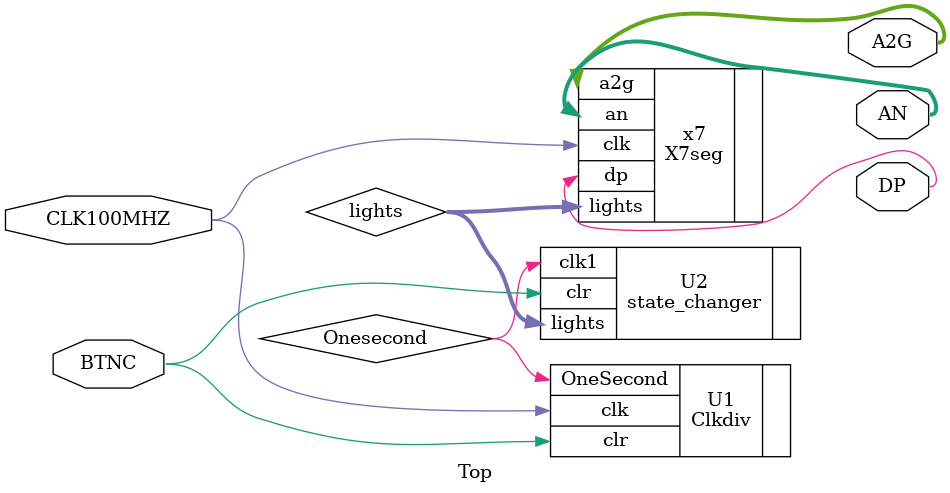
<source format=sv>
`timescale 1ns / 1ps


module Top (
    input logic CLK100MHZ,
    inout  logic BTNC,
    output logic DP,
    output logic [6:0] A2G,
    output logic [7:0] AN
    );
    
    logic Onesecond;
    logic [7:0] lights;

    Clkdiv  U1(.clk(CLK100MHZ), .clr(BTNC), .OneSecond(Onesecond));
    state_changer U2(.clk1(Onesecond), .clr(BTNC), .lights(lights));
    X7seg x7(.lights(lights),.clk(CLK100MHZ),.an(AN),.a2g(A2G),.dp(DP));
endmodule

</source>
